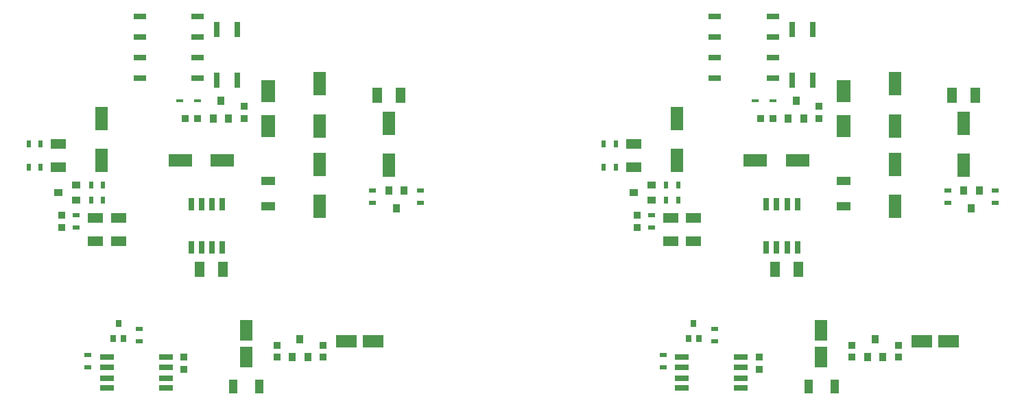
<source format=gtp>
%FSLAX46Y46*%
%MOMM*%
%AMPS39*
21,1,0.600000,1.700000,0.000000,0.000000,90.000000*
%
%ADD39PS39*%
%AMPS38*
21,1,0.600000,1.700000,0.000000,0.000000,270.000000*
%
%ADD38PS38*%
%AMPS23*
21,1,1.600000,2.950000,0.000000,0.000000,0.000000*
%
%ADD23PS23*%
%AMPS20*
21,1,1.600000,2.950000,0.000000,0.000000,90.000000*
%
%ADD20PS20*%
%AMPS22*
21,1,1.600000,2.950000,0.000000,0.000000,180.000000*
%
%ADD22PS22*%
%AMPS21*
21,1,1.600000,2.950000,0.000000,0.000000,270.000000*
%
%ADD21PS21*%
%AMPS15*
21,1,0.600000,1.550000,0.000000,0.000000,0.000000*
%
%ADD15PS15*%
%AMPS14*
21,1,0.600000,1.550000,0.000000,0.000000,180.000000*
%
%ADD14PS14*%
%AMPS13*
21,1,1.600000,2.500000,0.000000,0.000000,0.000000*
%
%ADD13PS13*%
%AMPS50*
21,1,1.600000,2.500000,0.000000,0.000000,90.000000*
%
%ADD50PS50*%
%AMPS12*
21,1,1.600000,2.500000,0.000000,0.000000,180.000000*
%
%ADD12PS12*%
%AMPS51*
21,1,1.600000,2.500000,0.000000,0.000000,270.000000*
%
%ADD51PS51*%
%AMPS10*
21,1,0.900000,1.000000,0.000000,0.000000,0.000000*
%
%ADD10PS10*%
%AMPS40*
21,1,0.900000,1.000000,0.000000,0.000000,90.000000*
%
%ADD40PS40*%
%AMPS11*
21,1,0.900000,1.000000,0.000000,0.000000,180.000000*
%
%ADD11PS11*%
%AMPS41*
21,1,0.900000,1.000000,0.000000,0.000000,270.000000*
%
%ADD41PS41*%
%AMPS48*
21,1,0.400000,0.900000,0.000000,0.000000,90.000000*
%
%ADD48PS48*%
%AMPS49*
21,1,0.400000,0.900000,0.000000,0.000000,270.000000*
%
%ADD49PS49*%
%AMPS43*
21,1,0.600000,1.800000,0.000000,0.000000,0.000000*
%
%ADD43PS43*%
%AMPS42*
21,1,0.600000,1.800000,0.000000,0.000000,180.000000*
%
%ADD42PS42*%
%AMPS35*
21,1,0.701421,1.491421,0.000000,0.000000,90.000000*
%
%ADD35PS35*%
%AMPS34*
21,1,0.701421,1.491421,0.000000,0.000000,270.000000*
%
%ADD34PS34*%
%AMPS44*
21,1,1.800000,1.200000,0.000000,0.000000,0.000000*
%
%ADD44PS44*%
%AMPS29*
21,1,1.800000,1.200000,0.000000,0.000000,90.000000*
%
%ADD29PS29*%
%AMPS45*
21,1,1.800000,1.200000,0.000000,0.000000,180.000000*
%
%ADD45PS45*%
%AMPS28*
21,1,1.800000,1.200000,0.000000,0.000000,270.000000*
%
%ADD28PS28*%
%AMPS33*
21,1,0.900000,0.500000,0.000000,0.000000,0.000000*
%
%ADD33PS33*%
%AMPS19*
21,1,0.900000,0.500000,0.000000,0.000000,90.000000*
%
%ADD19PS19*%
%AMPS32*
21,1,0.900000,0.500000,0.000000,0.000000,180.000000*
%
%ADD32PS32*%
%AMPS18*
21,1,0.900000,0.500000,0.000000,0.000000,270.000000*
%
%ADD18PS18*%
%AMPS37*
21,1,1.700000,1.100000,0.000000,0.000000,0.000000*
%
%ADD37PS37*%
%AMPS27*
21,1,1.700000,1.100000,0.000000,0.000000,90.000000*
%
%ADD27PS27*%
%AMPS36*
21,1,1.700000,1.100000,0.000000,0.000000,180.000000*
%
%ADD36PS36*%
%AMPS26*
21,1,1.700000,1.100000,0.000000,0.000000,270.000000*
%
%ADD26PS26*%
%AMPS30*
21,1,0.700000,0.900000,0.000000,0.000000,0.000000*
%
%ADD30PS30*%
%AMPS31*
21,1,0.700000,0.900000,0.000000,0.000000,180.000000*
%
%ADD31PS31*%
%AMPS17*
21,1,0.850000,0.800000,0.000000,0.000000,0.000000*
%
%ADD17PS17*%
%AMPS47*
21,1,0.850000,0.800000,0.000000,0.000000,90.000000*
%
%ADD47PS47*%
%AMPS16*
21,1,0.850000,0.800000,0.000000,0.000000,180.000000*
%
%ADD16PS16*%
%AMPS46*
21,1,0.850000,0.800000,0.000000,0.000000,270.000000*
%
%ADD46PS46*%
%AMPS25*
21,1,1.750000,2.650000,0.000000,0.000000,0.000000*
%
%ADD25PS25*%
%AMPS24*
21,1,1.750000,2.650000,0.000000,0.000000,180.000000*
%
%ADD24PS24*%
G01*
G01*
%LPD*%
G75*
D10*
X113390000Y50120000D03*
D11*
X112440000Y52320000D03*
D10*
X111490000Y50120000D03*
D12*
X115560000Y23900000D03*
D13*
X115560000Y20600000D03*
D14*
X108790000Y39510000D03*
D14*
X111340000Y39510000D03*
D14*
X112610000Y39510000D03*
D15*
X112610000Y34170000D03*
D15*
X110060000Y34170000D03*
D14*
X110060000Y39510000D03*
D15*
X108790000Y34170000D03*
D15*
X111340000Y34170000D03*
D16*
X115290000Y51620000D03*
D17*
X115290000Y50120000D03*
D18*
X96400000Y40020000D03*
D19*
X97900000Y40020000D03*
D20*
X112610000Y44910000D03*
D21*
X107410000Y44910000D03*
D22*
X97700000Y50125000D03*
D23*
X97700000Y44925000D03*
D16*
X119360000Y22100000D03*
D17*
X119360000Y20600000D03*
D16*
X125050000Y22100000D03*
D17*
X125050000Y20600000D03*
D24*
X118290000Y53500000D03*
D25*
X118290000Y49200000D03*
D18*
X88700000Y46950000D03*
D19*
X90200000Y46950000D03*
D26*
X114000000Y17000000D03*
D27*
X117200000Y17000000D03*
D28*
X109810000Y31430000D03*
D29*
X112710000Y31430000D03*
D16*
X92800000Y38120000D03*
D17*
X92800000Y36620000D03*
D18*
X88700000Y44050000D03*
D19*
X90200000Y44050000D03*
D28*
X131700000Y53000000D03*
D29*
X134600000Y53000000D03*
D30*
X99150000Y22920000D03*
D30*
X100450000Y22920000D03*
D31*
X99800000Y24820000D03*
D32*
X102370000Y24120000D03*
D33*
X102370000Y22620000D03*
D11*
X133150000Y41200000D03*
D10*
X134100000Y39000000D03*
D11*
X135050000Y41200000D03*
D34*
X102425000Y55090000D03*
D35*
X109575000Y57630000D03*
D35*
X109575000Y62710000D03*
D35*
X109575000Y60170000D03*
D34*
X102425000Y57630000D03*
D34*
X102425000Y62710000D03*
D35*
X109575000Y55090000D03*
D34*
X102425000Y60170000D03*
D33*
X131150000Y39700000D03*
D32*
X131150000Y41200000D03*
D36*
X118290000Y42420000D03*
D37*
X118290000Y39220000D03*
D32*
X96050000Y20850000D03*
D33*
X96050000Y19350000D03*
D38*
X98350000Y19350000D03*
D38*
X98350000Y16800000D03*
D39*
X105650000Y16800000D03*
D39*
X105650000Y18050000D03*
D39*
X105650000Y20600000D03*
D38*
X98350000Y20600000D03*
D39*
X105650000Y19350000D03*
D38*
X98350000Y18050000D03*
D40*
X94600000Y41920000D03*
D41*
X92400000Y40970000D03*
D40*
X94600000Y40020000D03*
D22*
X124640000Y44420000D03*
D23*
X124640000Y39220000D03*
D42*
X111970000Y61100000D03*
D43*
X114470000Y54800000D03*
D43*
X111970000Y54800000D03*
D42*
X114470000Y61100000D03*
D44*
X99800000Y34920000D03*
D45*
X99800000Y37820000D03*
D22*
X133150000Y49500000D03*
D23*
X133150000Y44300000D03*
D22*
X124640000Y54400000D03*
D23*
X124640000Y49200000D03*
D10*
X123150000Y20600000D03*
D11*
X122200000Y22800000D03*
D10*
X121250000Y20600000D03*
D46*
X108075000Y50120000D03*
D47*
X109575000Y50120000D03*
D44*
X92400000Y44050000D03*
D45*
X92400000Y46950000D03*
D44*
X96950000Y34920000D03*
D45*
X96950000Y37820000D03*
D48*
X109575000Y52290000D03*
D49*
X107375000Y52290000D03*
D33*
X94600000Y36620000D03*
D32*
X94600000Y38120000D03*
D19*
X97900000Y41920000D03*
D18*
X96400000Y41920000D03*
D32*
X137050000Y41200000D03*
D33*
X137050000Y39700000D03*
D50*
X131250000Y22600000D03*
D51*
X127950000Y22600000D03*
D17*
X107890000Y19100000D03*
D16*
X107890000Y20600000D03*
D10*
X42390000Y50120000D03*
D11*
X41440000Y52320000D03*
D10*
X40490000Y50120000D03*
D12*
X44560000Y23900000D03*
D13*
X44560000Y20600000D03*
D14*
X37790000Y39510000D03*
D14*
X40340000Y39510000D03*
D14*
X41610000Y39510000D03*
D15*
X41610000Y34170000D03*
D15*
X39060000Y34170000D03*
D14*
X39060000Y39510000D03*
D15*
X37790000Y34170000D03*
D15*
X40340000Y34170000D03*
D16*
X44290000Y51620000D03*
D17*
X44290000Y50120000D03*
D18*
X25400000Y40020000D03*
D19*
X26900000Y40020000D03*
D20*
X41610000Y44910000D03*
D21*
X36410000Y44910000D03*
D22*
X26700000Y50125000D03*
D23*
X26700000Y44925000D03*
D16*
X48360000Y22100000D03*
D17*
X48360000Y20600000D03*
D16*
X54050000Y22100000D03*
D17*
X54050000Y20600000D03*
D24*
X47290000Y53500000D03*
D25*
X47290000Y49200000D03*
D18*
X17700000Y46950000D03*
D19*
X19200000Y46950000D03*
D26*
X43000000Y17000000D03*
D27*
X46200000Y17000000D03*
D28*
X38810000Y31430000D03*
D29*
X41710000Y31430000D03*
D16*
X21800000Y38120000D03*
D17*
X21800000Y36620000D03*
D18*
X17700000Y44050000D03*
D19*
X19200000Y44050000D03*
D28*
X60700000Y53000000D03*
D29*
X63600000Y53000000D03*
D30*
X28150000Y22920000D03*
D30*
X29450000Y22920000D03*
D31*
X28800000Y24820000D03*
D32*
X31370000Y24120000D03*
D33*
X31370000Y22620000D03*
D11*
X62150000Y41200000D03*
D10*
X63100000Y39000000D03*
D11*
X64050000Y41200000D03*
D34*
X31425000Y55090000D03*
D35*
X38575000Y57630000D03*
D35*
X38575000Y62710000D03*
D35*
X38575000Y60170000D03*
D34*
X31425000Y57630000D03*
D34*
X31425000Y62710000D03*
D35*
X38575000Y55090000D03*
D34*
X31425000Y60170000D03*
D33*
X60150000Y39700000D03*
D32*
X60150000Y41200000D03*
D36*
X47290000Y42420000D03*
D37*
X47290000Y39220000D03*
D32*
X25050000Y20850000D03*
D33*
X25050000Y19350000D03*
D38*
X27350000Y19350000D03*
D38*
X27350000Y16800000D03*
D39*
X34650000Y16800000D03*
D39*
X34650000Y18050000D03*
D39*
X34650000Y20600000D03*
D38*
X27350000Y20600000D03*
D39*
X34650000Y19350000D03*
D38*
X27350000Y18050000D03*
D40*
X23600000Y41920000D03*
D41*
X21400000Y40970000D03*
D40*
X23600000Y40020000D03*
D22*
X53640000Y44420000D03*
D23*
X53640000Y39220000D03*
D42*
X40970000Y61100000D03*
D43*
X43470000Y54800000D03*
D43*
X40970000Y54800000D03*
D42*
X43470000Y61100000D03*
D44*
X28800000Y34920000D03*
D45*
X28800000Y37820000D03*
D22*
X62150000Y49500000D03*
D23*
X62150000Y44300000D03*
D22*
X53640000Y54400000D03*
D23*
X53640000Y49200000D03*
D10*
X52150000Y20600000D03*
D11*
X51200000Y22800000D03*
D10*
X50250000Y20600000D03*
D46*
X37075000Y50120000D03*
D47*
X38575000Y50120000D03*
D44*
X21400000Y44050000D03*
D45*
X21400000Y46950000D03*
D44*
X25950000Y34920000D03*
D45*
X25950000Y37820000D03*
D48*
X38575000Y52290000D03*
D49*
X36375000Y52290000D03*
D33*
X23600000Y36620000D03*
D32*
X23600000Y38120000D03*
D19*
X26900000Y41920000D03*
D18*
X25400000Y41920000D03*
D32*
X66050000Y41200000D03*
D33*
X66050000Y39700000D03*
D50*
X60250000Y22600000D03*
D51*
X56950000Y22600000D03*
D17*
X36890000Y19100000D03*
D16*
X36890000Y20600000D03*
M02*

</source>
